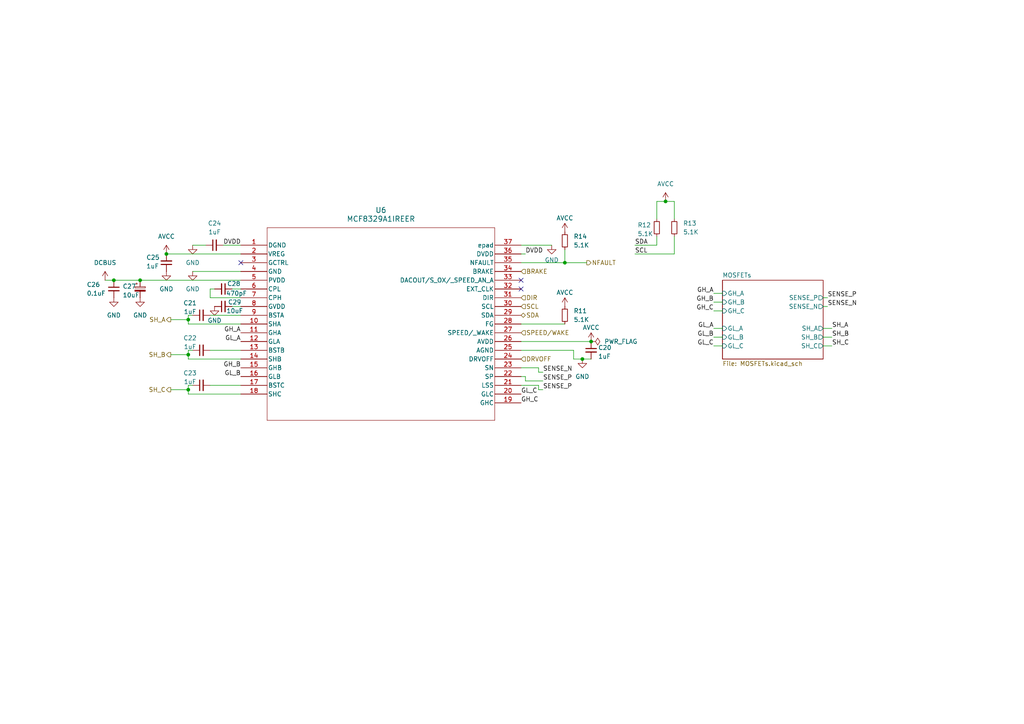
<source format=kicad_sch>
(kicad_sch (version 20231120) (generator "eeschema") (generator_version "8.0")
  (paper "A4")
  (lib_symbols
    (symbol "Device:C_Polarized_Small" (pin_numbers hide) (pin_names (offset 0.254) hide)
      (property "Reference" "C" (at 0.254 1.778 0))
      (property "Value" "C_Polarized_Small" (at 0.254 -2.032 0))
      (symbol "C_Polarized_Small_0_1"
        (rectangle (start -1.524 -0.3048) (end 1.524 -0.6858) (fill (type outline)))
        (rectangle (start -1.524 0.6858) (end 1.524 0.3048))
        (polyline (pts (xy -1.27 1.524) (xy -0.762 1.524)))
        (polyline (pts (xy -1.016 1.27) (xy -1.016 1.778)))
      )
      (symbol "C_Polarized_Small_1_1"
        (pin passive line (at 0 2.54 270) (length 1.8542) (name "~") (number "1"))
        (pin passive line (at 0 -2.54 90) (length 1.8542) (name "~") (number "2"))
      )
    )
    (symbol "Device:C_Small" (pin_numbers hide) (pin_names (offset 0.254) hide)
      (property "Reference" "C" (at 0.254 1.778 0))
      (property "Value" "C_Small" (at 0.254 -2.032 0))
      (symbol "C_Small_0_1"
        (polyline (pts (xy -1.524 -0.508) (xy 1.524 -0.508)) (stroke (width 0.3302)))
        (polyline (pts (xy -1.524 0.508) (xy 1.524 0.508)) (stroke (width 0.3048)))
      )
      (symbol "C_Small_1_1"
        (pin passive line (at 0 2.54 270) (length 2.032) (name "~") (number "1"))
        (pin passive line (at 0 -2.54 90) (length 2.032) (name "~") (number "2"))
      )
    )
    (symbol "Device:R_Small" (pin_numbers hide) (pin_names (offset 0.254) hide)
      (property "Reference" "R" (at 0.762 0.508 0))
      (property "Value" "R_Small" (at 0.762 -1.016 0))
      (symbol "R_Small_0_1"
        (rectangle (start -0.762 1.778) (end 0.762 -1.778) (stroke (width 0.2032)))
      )
      (symbol "R_Small_1_1"
        (pin passive line (at 0 2.54 270) (length 0.762) (name "~") (number "1"))
        (pin passive line (at 0 -2.54 90) (length 0.762) (name "~") (number "2"))
      )
    )
    (symbol "MCF8329A:MCF8329A1IREER" (pin_names (offset 0.254))
      (property "Reference" "U6" (at 40.64 10.16 0))
      (property "Value" "MCF8329A1IREER" (at 40.64 7.62 0))
      (symbol "MCF8329A1IREER_0_1"
        (polyline (pts (xy 7.62 -50.8) (xy 73.66 -50.8)) (stroke (width 0.127)))
        (polyline (pts (xy 7.62 5.08) (xy 7.62 -50.8)) (stroke (width 0.127)))
        (polyline (pts (xy 73.66 -50.8) (xy 73.66 5.08)) (stroke (width 0.127)))
        (polyline (pts (xy 73.66 5.08) (xy 7.62 5.08)) (stroke (width 0.127)))
        (pin power_out line (at 0 0 0) (length 7.62) (name "DGND") (number "1"))
        (pin bidirectional line (at 0 -22.86 0) (length 7.62) (name "SHA") (number "10"))
        (pin output line (at 0 -25.4 0) (length 7.62) (name "GHA") (number "11"))
        (pin output line (at 0 -27.94 0) (length 7.62) (name "GLA") (number "12"))
        (pin output line (at 0 -30.48 0) (length 7.62) (name "BSTB") (number "13"))
        (pin bidirectional line (at 0 -33.02 0) (length 7.62) (name "SHB") (number "14"))
        (pin output line (at 0 -35.56 0) (length 7.62) (name "GHB") (number "15"))
        (pin output line (at 0 -38.1 0) (length 7.62) (name "GLB") (number "16"))
        (pin output line (at 0 -40.64 0) (length 7.62) (name "BSTC") (number "17"))
        (pin bidirectional line (at 0 -43.18 0) (length 7.62) (name "SHC") (number "18"))
        (pin output line (at 81.28 -45.72 180) (length 7.62) (name "GHC") (number "19"))
        (pin power_in line (at 0 -2.54 0) (length 7.62) (name "VREG") (number "2"))
        (pin output line (at 81.28 -43.18 180) (length 7.62) (name "GLC") (number "20"))
        (pin power_in line (at 81.28 -40.64 180) (length 7.62) (name "LSS") (number "21"))
        (pin input line (at 81.28 -38.1 180) (length 7.62) (name "SP") (number "22"))
        (pin input line (at 81.28 -35.56 180) (length 7.62) (name "SN") (number "23"))
        (pin input line (at 81.28 -33.02 180) (length 7.62) (name "DRVOFF") (number "24"))
        (pin power_in line (at 81.28 -27.94 180) (length 7.62) (name "AVDD") (number "26"))
        (pin input line (at 81.28 -25.4 180) (length 7.62) (name "SPEED/_WAKE") (number "27"))
        (pin output line (at 81.28 -22.86 180) (length 7.62) (name "FG") (number "28"))
        (pin bidirectional line (at 81.28 -20.32 180) (length 7.62) (name "SDA") (number "29"))
        (pin output line (at 0 -5.08 0) (length 7.62) (name "GCTRL") (number "3"))
        (pin input line (at 81.28 -17.78 180) (length 7.62) (name "SCL") (number "30"))
        (pin input line (at 81.28 -15.24 180) (length 7.62) (name "DIR") (number "31"))
        (pin input line (at 81.28 -12.7 180) (length 7.62) (name "EXT_CLK") (number "32"))
        (pin bidirectional line (at 81.28 -10.16 180) (length 7.62) (name "DACOUT/S_OX/_SPEED_AN_A") (number "33"))
        (pin input line (at 81.28 -7.62 180) (length 7.62) (name "BRAKE") (number "34"))
        (pin output line (at 81.28 -5.08 180) (length 7.62) (name "NFAULT") (number "35"))
        (pin power_in line (at 81.28 -2.54 180) (length 7.62) (name "DVDD") (number "36"))
        (pin power_out line (at 0 -7.62 0) (length 7.62) (name "GND") (number "4"))
        (pin power_in line (at 0 -10.16 0) (length 7.62) (name "PVDD") (number "5"))
        (pin output line (at 0 -20.32 0) (length 7.62) (name "BSTA") (number "9"))
      )
      (symbol "MCF8329A1IREER_1_1"
        (pin passive line (at 81.28 -30.48 180) (length 7.62) (name "AGND") (number "25"))
        (pin passive line (at 81.28 0 180) (length 7.62) (name "epad") (number "37"))
        (pin passive line (at 0 -12.7 0) (length 7.62) (name "CPL") (number "6"))
        (pin passive line (at 0 -15.24 0) (length 7.62) (name "CPH") (number "7"))
        (pin passive line (at 0 -17.78 0) (length 7.62) (name "GVDD") (number "8"))
      )
    )
    (symbol "power:GND" (power) (pin_numbers hide) (pin_names (offset 0) hide)
      (property "Value" "GND" (at 0 -3.81 0))
      (symbol "GND_0_1"
        (polyline (pts (xy 0 0) (xy 0 -1.27) (xy 1.27 -1.27) (xy 0 -2.54) (xy -1.27 -1.27) (xy 0 -1.27)))
      )
      (symbol "GND_1_1"
        (pin power_in line (at 0 0 270) (length 0) (name "~") (number "1"))
      )
    )
    (symbol "power:PWR_FLAG" (power) (pin_numbers hide) (pin_names (offset 0) hide)
      (property "Value" "PWR_FLAG" (at 0 3.81 0))
      (symbol "PWR_FLAG_0_0"
        (pin power_out line (at 0 0 90) (length 0) (name "~") (number "1"))
      )
      (symbol "PWR_FLAG_0_1"
        (polyline (pts (xy 0 0) (xy 0 1.27) (xy -1.016 1.905) (xy 0 2.54) (xy 1.016 1.905) (xy 0 1.27)))
      )
    )
    (symbol "power:VCC" (power) (pin_numbers hide) (pin_names (offset 0) hide)
      (property "Value" "VCC" (at 0 3.556 0))
      (symbol "VCC_0_1"
        (polyline (pts (xy -0.762 1.27) (xy 0 2.54)))
        (polyline (pts (xy 0 0) (xy 0 2.54)))
        (polyline (pts (xy 0 2.54) (xy 0.762 1.27)))
      )
      (symbol "VCC_1_1"
        (pin power_in line (at 0 0 90) (length 0) (name "~") (number "1"))
      )
    )
  )
  (junction (at 33.02 81.28))
  (junction (at 54.61 92.71))
  (junction (at 48.26 73.66))
  (junction (at 168.91 104.14))
  (junction (at 54.61 102.87))
  (junction (at 171.45 99.06))
  (junction (at 163.83 76.2))
  (junction (at 40.64 81.28))
  (junction (at 54.61 113.03))
  (junction (at 193.04 58.42))
  (no_connect (at 151.13 81.28))
  (no_connect (at 69.85 76.2))
  (no_connect (at 151.13 83.82))
  (wire (pts (xy 193.04 58.42) (xy 190.5 58.42)))
  (wire (pts (xy 156.21 113.03) (xy 157.48 113.03)))
  (wire (pts (xy 184.15 73.66) (xy 195.58 73.66)))
  (wire (pts (xy 55.88 91.44) (xy 54.61 91.44)))
  (wire (pts (xy 54.61 92.71) (xy 54.61 93.98)))
  (wire (pts (xy 207.01 90.17) (xy 209.55 90.17)))
  (wire (pts (xy 207.01 87.63) (xy 209.55 87.63)))
  (wire (pts (xy 207.01 95.25) (xy 209.55 95.25)))
  (wire (pts (xy 54.61 104.14) (xy 69.85 104.14)))
  (wire (pts (xy 241.3 97.79) (xy 238.76 97.79)))
  (wire (pts (xy 240.03 86.36) (xy 238.76 86.36)))
  (wire (pts (xy 207.01 97.79) (xy 209.55 97.79)))
  (wire (pts (xy 156.21 111.76) (xy 151.13 111.76)))
  (wire (pts (xy 49.53 102.87) (xy 54.61 102.87)))
  (wire (pts (xy 60.96 91.44) (xy 69.85 91.44)))
  (wire (pts (xy 152.4 73.66) (xy 151.13 73.66)))
  (wire (pts (xy 241.3 100.33) (xy 238.76 100.33)))
  (wire (pts (xy 156.21 113.03) (xy 156.21 111.76)))
  (wire (pts (xy 55.88 101.6) (xy 54.61 101.6)))
  (wire (pts (xy 207.01 100.33) (xy 209.55 100.33)))
  (wire (pts (xy 157.48 110.49) (xy 152.4 110.49)))
  (wire (pts (xy 151.13 93.98) (xy 163.83 93.98)))
  (wire (pts (xy 166.37 101.6) (xy 166.37 104.14)))
  (wire (pts (xy 184.15 71.12) (xy 190.5 71.12)))
  (wire (pts (xy 152.4 110.49) (xy 152.4 109.22)))
  (wire (pts (xy 33.02 81.28) (xy 40.64 81.28)))
  (wire (pts (xy 207.01 85.09) (xy 209.55 85.09)))
  (wire (pts (xy 54.61 101.6) (xy 54.61 102.87)))
  (wire (pts (xy 54.61 113.03) (xy 54.61 114.3)))
  (wire (pts (xy 195.58 68.58) (xy 195.58 73.66)))
  (wire (pts (xy 54.61 102.87) (xy 54.61 104.14)))
  (wire (pts (xy 163.83 72.39) (xy 163.83 76.2)))
  (wire (pts (xy 54.61 114.3) (xy 69.85 114.3)))
  (wire (pts (xy 60.96 83.82) (xy 60.96 86.36)))
  (wire (pts (xy 195.58 58.42) (xy 195.58 63.5)))
  (wire (pts (xy 151.13 71.12) (xy 160.02 71.12)))
  (wire (pts (xy 168.91 104.14) (xy 171.45 104.14)))
  (wire (pts (xy 241.3 95.25) (xy 238.76 95.25)))
  (wire (pts (xy 54.61 93.98) (xy 69.85 93.98)))
  (wire (pts (xy 49.53 92.71) (xy 54.61 92.71)))
  (wire (pts (xy 151.13 99.06) (xy 171.45 99.06)))
  (wire (pts (xy 48.26 73.66) (xy 69.85 73.66)))
  (wire (pts (xy 156.21 106.68) (xy 151.13 106.68)))
  (wire (pts (xy 170.18 76.2) (xy 163.83 76.2)))
  (wire (pts (xy 190.5 58.42) (xy 190.5 63.5)))
  (wire (pts (xy 49.53 113.03) (xy 54.61 113.03)))
  (wire (pts (xy 60.96 83.82) (xy 62.23 83.82)))
  (wire (pts (xy 151.13 101.6) (xy 166.37 101.6)))
  (wire (pts (xy 193.04 58.42) (xy 195.58 58.42)))
  (wire (pts (xy 60.96 111.76) (xy 69.85 111.76)))
  (wire (pts (xy 54.61 111.76) (xy 54.61 113.03)))
  (wire (pts (xy 67.31 88.9) (xy 69.85 88.9)))
  (wire (pts (xy 54.61 91.44) (xy 54.61 92.71)))
  (wire (pts (xy 64.77 71.12) (xy 69.85 71.12)))
  (wire (pts (xy 166.37 104.14) (xy 168.91 104.14)))
  (wire (pts (xy 163.83 76.2) (xy 151.13 76.2)))
  (wire (pts (xy 67.31 83.82) (xy 69.85 83.82)))
  (wire (pts (xy 40.64 81.28) (xy 69.85 81.28)))
  (wire (pts (xy 60.96 86.36) (xy 69.85 86.36)))
  (wire (pts (xy 190.5 68.58) (xy 190.5 71.12)))
  (wire (pts (xy 30.48 81.28) (xy 33.02 81.28)))
  (wire (pts (xy 55.88 78.74) (xy 69.85 78.74)))
  (wire (pts (xy 60.96 101.6) (xy 69.85 101.6)))
  (wire (pts (xy 152.4 109.22) (xy 151.13 109.22)))
  (wire (pts (xy 55.88 111.76) (xy 54.61 111.76)))
  (wire (pts (xy 157.48 107.95) (xy 156.21 107.95)))
  (wire (pts (xy 240.03 88.9) (xy 238.76 88.9)))
  (wire (pts (xy 55.88 71.12) (xy 59.69 71.12)))
  (wire (pts (xy 156.21 107.95) (xy 156.21 106.68)))
  (label "GH_A" (at 207.01 85.09 180))
  (label "SENSE_P" (at 240.03 86.36 0))
  (label "GL_B" (at 69.85 109.22 180))
  (label "GH_B" (at 69.85 106.68 180))
  (label "SENSE_P" (at 157.48 113.03 0))
  (label "GH_B" (at 207.01 87.63 180))
  (label "GL_C" (at 207.01 100.33 180))
  (label "SDA" (at 184.15 71.12 0))
  (label "SH_B" (at 241.3 97.79 0))
  (label "GL_C" (at 151.13 114.3 0))
  (label "GH_A" (at 69.85 96.52 180))
  (label "SCL" (at 184.15 73.66 0))
  (label "GH_C" (at 151.13 116.84 0))
  (label "GL_B" (at 207.01 97.79 180))
  (label "SENSE_N" (at 240.03 88.9 0))
  (label "GL_A" (at 69.85 99.06 180))
  (label "SENSE_P" (at 157.48 110.49 0))
  (label "SH_C" (at 241.3 100.33 0))
  (label "DVDD" (at 152.4 73.66 0))
  (label "SENSE_N" (at 157.48 107.95 0))
  (label "DVDD" (at 64.77 71.12 0))
  (label "GH_C" (at 207.01 90.17 180))
  (label "GL_A" (at 207.01 95.25 180))
  (label "SH_A" (at 241.3 95.25 0))
  (hierarchical_label "SH_C" (shape output) (at 49.53 113.03 180))
  (hierarchical_label "DIR" (shape input) (at 151.13 86.36 0))
  (hierarchical_label "SH_B" (shape output) (at 49.53 102.87 180))
  (hierarchical_label "BRAKE" (shape input) (at 151.13 78.74 0))
  (hierarchical_label "SDA" (shape bidirectional) (at 151.13 91.44 0))
  (hierarchical_label "DRVOFF" (shape input) (at 151.13 104.14 0))
  (hierarchical_label "SH_A" (shape output) (at 49.53 92.71 180))
  (hierarchical_label "SCL" (shape input) (at 151.13 88.9 0))
  (hierarchical_label "NFAULT" (shape output) (at 170.18 76.2 0))
  (hierarchical_label "SPEED{slash}WAKE" (shape input) (at 151.13 96.52 0))
  (symbol (lib_id "Device:C_Small") (at 64.77 88.9 90) (unit 1)
    (property "Reference" "C29" (at 68.072 87.63 90))
    (property "Value" "10uF" (at 68.072 90.17 90))
    (property "Footprint" "Capacitor_SMD:C_0603_1608Metric" (effects (hide yes)))
    (property "Description" "Unpolarized capacitor, small symbol" (effects (hide yes)))
    (property "LCSC Part #" "C194427" (effects (hide yes)))
  )
  (symbol (lib_id "Device:C_Small") (at 171.45 101.6 0) (unit 1)
    (property "Reference" "C20" (at 173.482 100.838 0) (effects (justify left)))
    (property "Value" "1uF" (at 173.482 103.378 0) (effects (justify left)))
    (property "Footprint" "Capacitor_SMD:C_0603_1608Metric" (effects (hide yes)))
    (property "Description" "Unpolarized capacitor, small symbol" (effects (hide yes)))
    (property "LCSC Part #" "C106858" (effects (hide yes)))
  )
  (symbol (lib_id "power:VCC") (at 163.83 88.9 0) (unit 1)
    (property "Reference" "#PWR033" (effects (hide yes)))
    (property "Value" "AVCC" (at 163.83 84.836 0))
    (property "Description" "Power symbol creates a global label with name \"VCC\"" (effects (hide yes)))
  )
  (symbol (lib_id "Device:C_Small") (at 62.23 71.12 90) (unit 1)
    (property "Reference" "C24" (at 62.2363 64.77 90))
    (property "Value" "1uF" (at 62.2363 67.31 90))
    (property "Footprint" "Capacitor_SMD:C_0603_1608Metric" (effects (hide yes)))
    (property "Description" "Unpolarized capacitor, small symbol" (effects (hide yes)))
    (property "LCSC Part #" "C106858" (effects (hide yes)))
  )
  (symbol (lib_id "Device:C_Small") (at 33.02 83.82 0) (unit 1)
    (property "Reference" "C26" (at 25.146 82.55 0) (effects (justify left)))
    (property "Value" "0.1uF" (at 25.146 85.09 0) (effects (justify left)))
    (property "Footprint" "Capacitor_SMD:C_0805_2012Metric" (effects (hide yes)))
    (property "Description" "Unpolarized capacitor, small symbol" (effects (hide yes)))
    (property "LCSC Part #" "C28233" (effects (hide yes)))
  )
  (symbol (lib_id "power:VCC") (at 171.45 99.06 0) (unit 1)
    (property "Reference" "#PWR025" (effects (hide yes)))
    (property "Value" "AVCC" (at 171.45 94.996 0))
    (property "Description" "Power symbol creates a global label with name \"VCC\"" (effects (hide yes)))
  )
  (symbol (lib_id "power:GND") (at 55.88 71.12 0) (unit 1)
    (property "Reference" "#PWR023" (effects (hide yes)))
    (property "Value" "GND" (at 55.88 76.2 0))
    (property "Description" "Power symbol creates a global label with name \"GND\" , ground" (effects (hide yes)))
  )
  (symbol (lib_id "Device:R_Small") (at 163.83 69.85 0) (unit 1)
    (property "Reference" "R14" (at 166.37 68.5799 0) (effects (justify left)))
    (property "Value" "5.1K" (at 166.37 71.1199 0) (effects (justify left)))
    (property "Footprint" "Resistor_SMD:R_0402_1005Metric" (effects (hide yes)))
    (property "Description" "Resistor, small symbol" (effects (hide yes)))
    (property "LCSC Part #" " C105872" (effects (hide yes)))
  )
  (symbol (lib_id "power:VCC") (at 48.26 73.66 0) (unit 1)
    (property "Reference" "#PWR026" (effects (hide yes)))
    (property "Value" "AVCC" (at 48.26 68.58 0))
    (property "Description" "Power symbol creates a global label with name \"VCC\"" (effects (hide yes)))
  )
  (symbol (lib_id "power:GND") (at 55.88 78.74 0) (unit 1)
    (property "Reference" "#PWR024" (effects (hide yes)))
    (property "Value" "GND" (at 55.88 83.82 0))
    (property "Description" "Power symbol creates a global label with name \"GND\" , ground" (effects (hide yes)))
  )
  (symbol (lib_id "power:VCC") (at 30.48 81.28 0) (unit 1)
    (property "Reference" "#PWR028" (effects (hide yes)))
    (property "Value" "DCBUS" (at 30.48 76.2 0))
    (property "Description" "Power symbol creates a global label with name \"VCC\"" (effects (hide yes)))
  )
  (symbol (lib_id "power:GND") (at 48.26 78.74 0) (unit 1)
    (property "Reference" "#PWR027" (effects (hide yes)))
    (property "Value" "GND" (at 48.26 83.82 0))
    (property "Description" "Power symbol creates a global label with name \"GND\" , ground" (effects (hide yes)))
  )
  (symbol (lib_id "Device:C_Polarized_Small") (at 40.64 83.82 0) (unit 1)
    (property "Reference" "C27" (at 35.56 83.058 0) (effects (justify left)))
    (property "Value" "10uF" (at 35.56 85.598 0) (effects (justify left)))
    (property "Footprint" "Capacitor_SMD:CP_Elec_6.3x5.4" (effects (hide yes)))
    (property "Description" "Polarized capacitor, small symbol" (effects (hide yes)))
    (property "LCSC Part #" " C2977481" (effects (hide yes)))
  )
  (symbol (lib_id "power:PWR_FLAG") (at 171.45 99.06 270) (unit 1)
    (property "Reference" "#FLG03" (effects (hide yes)))
    (property "Value" "PWR_FLAG" (at 175.26 99.0599 90) (effects (justify left)))
    (property "Description" "Special symbol for telling ERC where power comes from" (effects (hide yes)))
  )
  (symbol (lib_id "power:GND") (at 160.02 71.12 0) (unit 1)
    (property "Reference" "#PWR0111" (effects (hide yes)))
    (property "Value" "GND" (at 160.02 75.438 0))
    (property "Description" "Power symbol creates a global label with name \"GND\" , ground" (effects (hide yes)))
  )
  (symbol (lib_id "power:VCC") (at 163.83 67.31 0) (unit 1)
    (property "Reference" "#PWR034" (effects (hide yes)))
    (property "Value" "AVCC" (at 163.83 63.246 0))
    (property "Description" "Power symbol creates a global label with name \"VCC\"" (effects (hide yes)))
  )
  (symbol (lib_id "Device:C_Small") (at 48.26 76.2 180) (unit 1)
    (property "Reference" "C25" (at 42.418 74.676 0) (effects (justify right)))
    (property "Value" "1uF" (at 42.418 77.216 0) (effects (justify right)))
    (property "Footprint" "Capacitor_SMD:C_0603_1608Metric" (effects (hide yes)))
    (property "Description" "Unpolarized capacitor, small symbol" (effects (hide yes)))
    (property "LCSC Part #" "C106858" (effects (hide yes)))
  )
  (symbol (lib_id "power:VCC") (at 193.04 58.42 0) (unit 1)
    (property "Reference" "#PWR032" (effects (hide yes)))
    (property "Value" "AVCC" (at 193.04 53.34 0))
    (property "Description" "Power symbol creates a global label with name \"VCC\"" (effects (hide yes)))
  )
  (symbol (lib_id "Device:R_Small") (at 190.5 66.04 0) (unit 1)
    (property "Reference" "R12" (at 184.912 65.278 0) (effects (justify left)))
    (property "Value" "5.1K" (at 184.912 67.818 0) (effects (justify left)))
    (property "Footprint" "Resistor_SMD:R_0402_1005Metric" (effects (hide yes)))
    (property "Description" "Resistor, small symbol" (effects (hide yes)))
    (property "LCSC Part #" " C105872" (effects (hide yes)))
  )
  (symbol (lib_id "power:GND") (at 62.23 88.9 0) (unit 1)
    (property "Reference" "#PWR031" (effects (hide yes)))
    (property "Value" "GND" (at 62.23 92.964 0))
    (property "Description" "Power symbol creates a global label with name \"GND\" , ground" (effects (hide yes)))
  )
  (symbol (lib_id "Device:C_Small") (at 64.77 83.82 270) (unit 1)
    (property "Reference" "C28" (at 67.818 82.296 90))
    (property "Value" "470pF" (at 68.58 85.09 90))
    (property "Footprint" "Capacitor_SMD:C_0603_1608Metric" (effects (hide yes)))
    (property "Description" "Unpolarized capacitor, small symbol" (effects (hide yes)))
    (property "LCSC Part #" " C107062" (effects (hide yes)))
  )
  (symbol (lib_id "Device:R_Small") (at 195.58 66.04 0) (unit 1)
    (property "Reference" "R13" (at 198.12 64.7699 0) (effects (justify left)))
    (property "Value" "5.1K" (at 198.12 67.3099 0) (effects (justify left)))
    (property "Footprint" "Resistor_SMD:R_0402_1005Metric" (effects (hide yes)))
    (property "Description" "Resistor, small symbol" (effects (hide yes)))
    (property "LCSC Part #" " C105872" (effects (hide yes)))
  )
  (symbol (lib_id "power:GND") (at 40.64 86.36 0) (unit 1)
    (property "Reference" "#PWR030" (effects (hide yes)))
    (property "Value" "GND" (at 40.64 91.44 0))
    (property "Description" "Power symbol creates a global label with name \"GND\" , ground" (effects (hide yes)))
  )
  (symbol (lib_id "power:GND") (at 168.91 104.14 0) (unit 1)
    (property "Reference" "#PWR013" (effects (hide yes)))
    (property "Value" "GND" (at 168.91 109.22 0))
    (property "Description" "Power symbol creates a global label with name \"GND\" , ground" (effects (hide yes)))
  )
  (symbol (lib_id "power:GND") (at 33.02 86.36 0) (unit 1)
    (property "Reference" "#PWR029" (effects (hide yes)))
    (property "Value" "GND" (at 33.02 91.44 0))
    (property "Description" "Power symbol creates a global label with name \"GND\" , ground" (effects (hide yes)))
  )
  (symbol (lib_id "Device:R_Small") (at 163.83 91.44 0) (unit 1)
    (property "Reference" "R11" (at 166.37 90.1699 0) (effects (justify left)))
    (property "Value" "5.1K" (at 166.37 92.7099 0) (effects (justify left)))
    (property "Footprint" "Resistor_SMD:R_0402_1005Metric" (effects (hide yes)))
    (property "Description" "Resistor, small symbol" (effects (hide yes)))
    (property "LCSC Part #" " C105872" (effects (hide yes)))
  )
  (symbol (lib_id "Device:C_Small") (at 58.42 101.6 90) (unit 1)
    (property "Reference" "C22" (at 55.118 98.044 90))
    (property "Value" "1uF" (at 55.118 100.584 90))
    (property "Footprint" "Capacitor_SMD:C_0603_1608Metric" (effects (hide yes)))
    (property "Description" "Unpolarized capacitor, small symbol" (effects (hide yes)))
    (property "LCSC Part #" "C106858" (effects (hide yes)))
  )
  (symbol (lib_id "Device:C_Small") (at 58.42 111.76 90) (unit 1)
    (property "Reference" "C23" (at 55.118 108.204 90))
    (property "Value" "1uF" (at 55.118 110.744 90))
    (property "Footprint" "Capacitor_SMD:C_0603_1608Metric" (effects (hide yes)))
    (property "Description" "Unpolarized capacitor, small symbol" (effects (hide yes)))
    (property "LCSC Part #" "C106858" (effects (hide yes)))
  )
  (symbol (lib_id "Device:C_Small") (at 58.42 91.44 90) (unit 1)
    (property "Reference" "C21" (at 55.118 87.884 90))
    (property "Value" "1uF" (at 55.118 90.424 90))
    (property "Footprint" "Capacitor_SMD:C_0603_1608Metric" (effects (hide yes)))
    (property "Description" "Unpolarized capacitor, small symbol" (effects (hide yes)))
    (property "LCSC Part #" "C106858" (effects (hide yes)))
  )
  (symbol (lib_id "MCF8329A:MCF8329A1IREER") (at 69.85 71.12 0) (unit 1)
    (property "Reference" "U6" (at 110.49 60.96 0) (effects (font (size 1.524 1.524))))
    (property "Value" "MCF8329A1IREER" (at 110.49 63.5 0) (effects (font (size 1.524 1.524))))
    (property "Footprint" "footprints:WQFN36_REE_TEX" (effects (hide yes)))
    (property "Datasheet" "MCF8329A1IREER" (effects (hide yes)))
    (property "LCSC Part #" "C22399784" (effects (hide yes)))
  )
  (sheet (at 209.55 81.28) (size 29.21 22.86) (stroke (width 0.1524))
    (property "Sheetname" "MOSFETs" (at 209.55 80.5684 0) (effects (justify left bottom)))
    (property "Sheetfile" "MOSFETs.kicad_sch" (at 209.55 104.7246 0) (effects (justify left top)))
    (pin "GL_C" input (at 209.55 100.33 180))
    (pin "GL_B" input (at 209.55 97.79 180))
    (pin "GH_B" input (at 209.55 87.63 180))
    (pin "GH_A" input (at 209.55 85.09 180))
    (pin "SH_A" output (at 238.76 95.25 0))
    (pin "SH_B" output (at 238.76 97.79 0))
    (pin "SH_C" output (at 238.76 100.33 0))
    (pin "GH_C" input (at 209.55 90.17 180))
    (pin "GL_A" input (at 209.55 95.25 180))
    (pin "SENSE_P" output (at 238.76 86.36 0))
    (pin "SENSE_N" output (at 238.76 88.9 0))
  )
)
</source>
